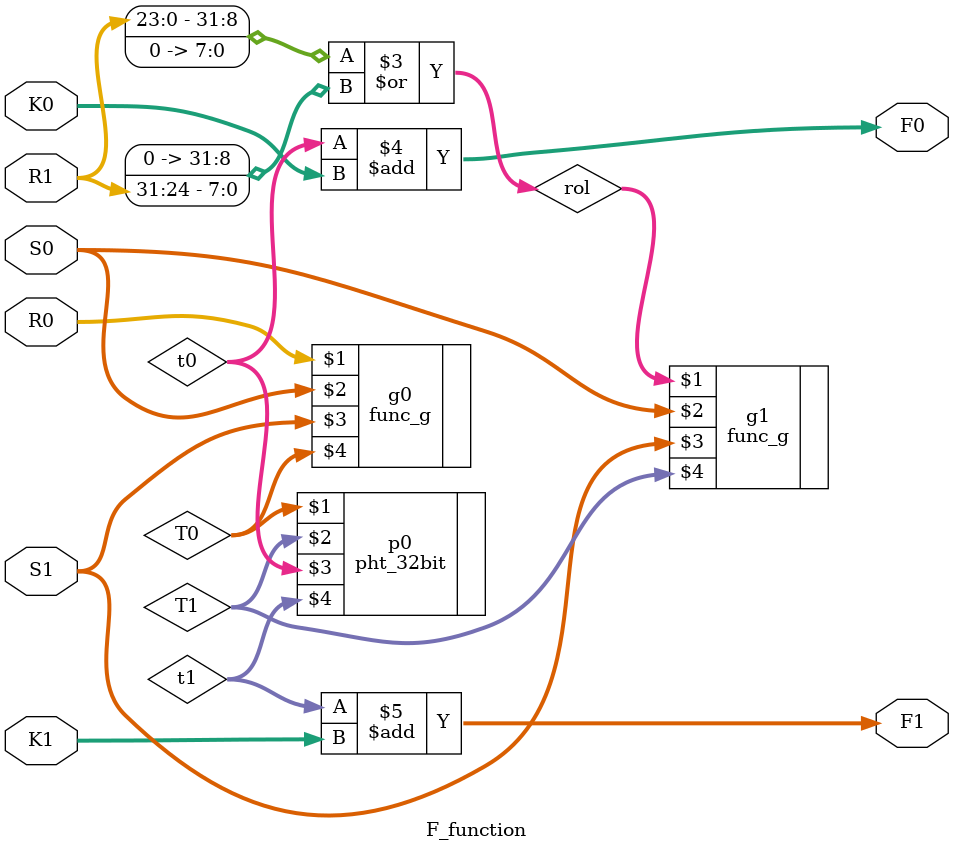
<source format=v>
`timescale 1ns / 1ps
module F_function(R0,R1,K0,K1,S0,S1,F0,F1);
    input [31:0] R0,R1,K0,K1,S0,S1;
    output [31:0] F0,F1;
    wire [31:0] rol,T0,T1,t0,t1;
    assign rol = (R1 << 8) | (R1 >> (32 - 8));
    func_g g0(R0,S0,S1,T0);
    func_g g1(rol,S0,S1,T1);
    pht_32bit p0(T0,T1,t0,t1);
    assign F0=t0+K0;
    assign F1=t1+K1;
endmodule
</source>
